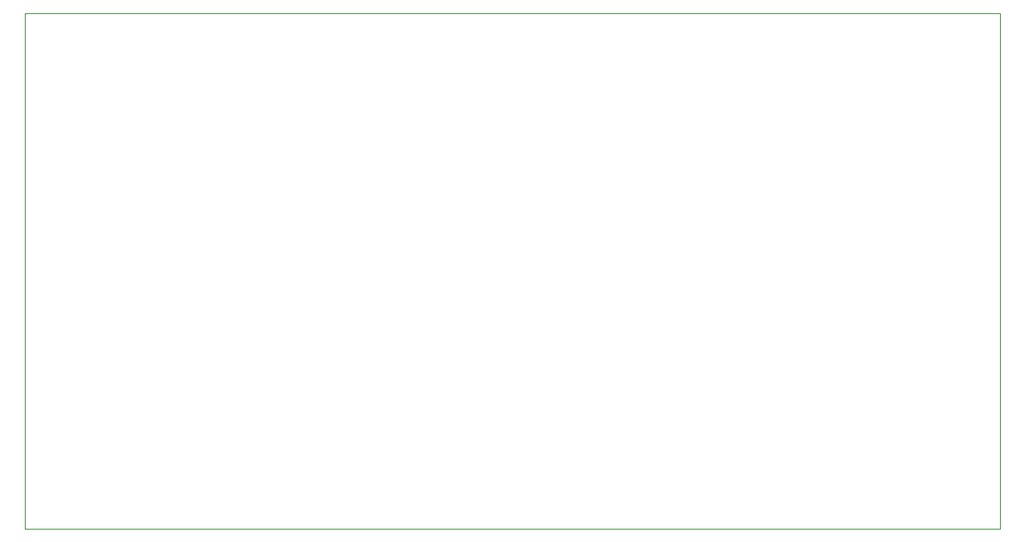
<source format=gbr>
%TF.GenerationSoftware,KiCad,Pcbnew,(6.0.6)*%
%TF.CreationDate,2022-08-14T19:07:44-04:00*%
%TF.ProjectId,button_presser,62757474-6f6e-45f7-9072-65737365722e,rev?*%
%TF.SameCoordinates,Original*%
%TF.FileFunction,Profile,NP*%
%FSLAX46Y46*%
G04 Gerber Fmt 4.6, Leading zero omitted, Abs format (unit mm)*
G04 Created by KiCad (PCBNEW (6.0.6)) date 2022-08-14 19:07:44*
%MOMM*%
%LPD*%
G01*
G04 APERTURE LIST*
%TA.AperFunction,Profile*%
%ADD10C,0.100000*%
%TD*%
G04 APERTURE END LIST*
D10*
X12700000Y-12700000D02*
X112395000Y-12700000D01*
X112395000Y-12700000D02*
X112395000Y-65405000D01*
X112395000Y-65405000D02*
X12700000Y-65405000D01*
X12700000Y-65405000D02*
X12700000Y-12700000D01*
M02*

</source>
